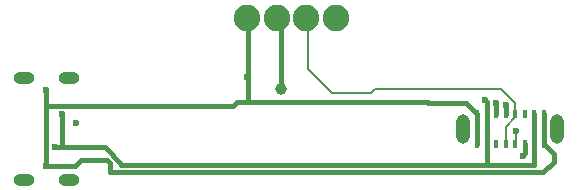
<source format=gbl>
%TF.GenerationSoftware,KiCad,Pcbnew,9.0.1*%
%TF.CreationDate,2025-10-31T22:00:19-04:00*%
%TF.ProjectId,flex_usb_board,666c6578-5f75-4736-925f-626f6172642e,rev?*%
%TF.SameCoordinates,Original*%
%TF.FileFunction,Copper,L2,Bot*%
%TF.FilePolarity,Positive*%
%FSLAX46Y46*%
G04 Gerber Fmt 4.6, Leading zero omitted, Abs format (unit mm)*
G04 Created by KiCad (PCBNEW 9.0.1) date 2025-10-31 22:00:19*
%MOMM*%
%LPD*%
G01*
G04 APERTURE LIST*
%TA.AperFunction,ComponentPad*%
%ADD10O,1.800000X1.000000*%
%TD*%
%TA.AperFunction,ComponentPad*%
%ADD11C,2.250000*%
%TD*%
%TA.AperFunction,SMDPad,CuDef*%
%ADD12R,0.400000X0.790000*%
%TD*%
%TA.AperFunction,ComponentPad*%
%ADD13O,1.200000X2.500000*%
%TD*%
%TA.AperFunction,ViaPad*%
%ADD14C,0.600000*%
%TD*%
%TA.AperFunction,ViaPad*%
%ADD15C,1.000000*%
%TD*%
%TA.AperFunction,Conductor*%
%ADD16C,0.400000*%
%TD*%
%TA.AperFunction,Conductor*%
%ADD17C,0.200000*%
%TD*%
G04 APERTURE END LIST*
D10*
%TO.P,USBF1,7,EH*%
%TO.N,unconnected-(USBF1-EH-Pad7)_2*%
X104400000Y-96880000D03*
%TO.N,unconnected-(USBF1-EH-Pad7)*%
X100600000Y-96880000D03*
%TO.N,unconnected-(USBF1-EH-Pad7)_1*%
X104400000Y-105520000D03*
%TO.N,unconnected-(USBF1-EH-Pad7)_3*%
X100600000Y-105520000D03*
%TD*%
D11*
%TO.P,REF\u002A\u002A,1*%
%TO.N,GND*%
X119450000Y-91800000D03*
%TO.P,REF\u002A\u002A,2*%
%TO.N,/USB_M_IN_5V*%
X121950000Y-91800000D03*
%TO.P,REF\u002A\u002A,3*%
%TO.N,SERIAL_D-*%
X124450000Y-91800000D03*
%TO.P,REF\u002A\u002A,4*%
%TO.N,SERIAL_D+*%
X126950000Y-91800000D03*
%TD*%
D12*
%TO.P,USBM1,1,G*%
%TO.N,GND*%
X144550000Y-102470000D03*
%TO.P,USBM1,2,V*%
%TO.N,/USB_M_IN_5V*%
X143750000Y-102470000D03*
%TO.P,USBM1,3,CC1*%
%TO.N,/CC1*%
X142950000Y-102470000D03*
%TO.P,USBM1,4,D+*%
%TO.N,SERIAL_D+*%
X142150000Y-102470000D03*
%TO.P,USBM1,5,D-*%
%TO.N,SERIAL_D-*%
X141350000Y-102470000D03*
%TO.P,USBM1,6,SUB1*%
%TO.N,unconnected-(USBM1-SUB1-Pad6)*%
X140550000Y-102470000D03*
%TO.P,USBM1,7,V*%
%TO.N,/USB_M_IN_5V*%
X139750000Y-102470000D03*
%TO.P,USBM1,8,G*%
%TO.N,GND*%
X138950000Y-102470000D03*
%TO.P,USBM1,9,G*%
X138950000Y-99930000D03*
%TO.P,USBM1,10,V*%
%TO.N,/USB_M_IN_5V*%
X139750000Y-99930000D03*
%TO.P,USBM1,11,CC2*%
%TO.N,/CC2*%
X140550000Y-99930000D03*
%TO.P,USBM1,12,D+*%
%TO.N,SERIAL_D+*%
X141350000Y-99930000D03*
%TO.P,USBM1,13,D-*%
%TO.N,SERIAL_D-*%
X142150000Y-99930000D03*
%TO.P,USBM1,14,SUB2*%
%TO.N,unconnected-(USBM1-SUB2-Pad14)*%
X142950000Y-99930000D03*
%TO.P,USBM1,15,V*%
%TO.N,/USB_M_IN_5V*%
X143750000Y-99930000D03*
%TO.P,USBM1,16,G*%
%TO.N,GND*%
X144550000Y-99930000D03*
D13*
%TO.P,USBM1,17,G*%
%TO.N,unconnected-(USBM1-G-Pad17)*%
X145730000Y-101200000D03*
%TO.P,USBM1,18,G*%
%TO.N,unconnected-(USBM1-G-Pad18)*%
X137770000Y-101200000D03*
%TD*%
D14*
%TO.N,/USB_M_IN_5V*%
X139600000Y-98800000D03*
X103800000Y-100000000D03*
%TO.N,/CC1*%
X142849758Y-103512749D03*
%TO.N,/USB_M_IN_5V*%
X103200000Y-102800000D03*
%TO.N,/CC2*%
X140550000Y-99000000D03*
%TO.N,GND*%
X102400000Y-97900000D03*
X102400000Y-104400000D03*
X119450000Y-96800000D03*
D15*
%TO.N,/USB_M_IN_5V*%
X122300000Y-97850000D03*
D14*
%TO.N,/CC2*%
X105000000Y-100700000D03*
%TO.N,SERIAL_D+*%
X141350000Y-99200000D03*
X142200000Y-101400000D03*
%TD*%
D16*
%TO.N,/USB_M_IN_5V*%
X139750000Y-99930000D02*
X139750000Y-98950000D01*
X139750000Y-98950000D02*
X139600000Y-98800000D01*
%TO.N,/CC2*%
X140550000Y-99930000D02*
X140550000Y-99000000D01*
%TO.N,/USB_M_IN_5V*%
X103800000Y-102800000D02*
X103800000Y-100000000D01*
X103200000Y-102800000D02*
X103800000Y-102800000D01*
X108800000Y-104200000D02*
X108800000Y-104298000D01*
X103800000Y-102800000D02*
X107400000Y-102800000D01*
X107400000Y-102800000D02*
X108800000Y-104200000D01*
X108800000Y-104298000D02*
X139800000Y-104298000D01*
D17*
%TO.N,SERIAL_D-*%
X142150000Y-100250000D02*
X141350000Y-101050000D01*
X126601000Y-98201000D02*
X124600000Y-96200000D01*
X129948942Y-98201000D02*
X126601000Y-98201000D01*
X130301000Y-97848942D02*
X129948942Y-98201000D01*
X124600000Y-92401000D02*
X124450000Y-92401000D01*
X140947942Y-97848942D02*
X130301000Y-97848942D01*
X142150000Y-99051000D02*
X140947942Y-97848942D01*
X124600000Y-96200000D02*
X124600000Y-92401000D01*
D16*
%TO.N,/USB_M_IN_5V*%
X139750000Y-99930000D02*
X139750000Y-102470000D01*
X143750000Y-99930000D02*
X143750000Y-102470000D01*
%TO.N,GND*%
X134800000Y-99001000D02*
X134782111Y-98983111D01*
X134782111Y-98983111D02*
X119550000Y-98983111D01*
%TO.N,/USB_M_IN_5V*%
X139800000Y-104298000D02*
X139750000Y-104248000D01*
X139750000Y-104248000D02*
X139750000Y-102470000D01*
X143702000Y-104298000D02*
X139800000Y-104298000D01*
%TO.N,/CC1*%
X142950000Y-103250000D02*
X142800000Y-103400000D01*
X142950000Y-102470000D02*
X142950000Y-103250000D01*
%TO.N,/USB_M_IN_5V*%
X143750000Y-102470000D02*
X143750000Y-104250000D01*
X143750000Y-104250000D02*
X143702000Y-104298000D01*
%TO.N,GND*%
X138020000Y-99000000D02*
X138950000Y-99930000D01*
X134800000Y-99001000D02*
X135599000Y-99001000D01*
X135599000Y-99001000D02*
X135600000Y-99000000D01*
X135600000Y-99000000D02*
X138020000Y-99000000D01*
X104858636Y-104400000D02*
X105359636Y-103899000D01*
X119550000Y-98983111D02*
X118616889Y-98983111D01*
X107600000Y-103899000D02*
X107851000Y-104150000D01*
X119550000Y-92501000D02*
X119450000Y-92501000D01*
X102400000Y-104400000D02*
X102400000Y-99300000D01*
X102400000Y-104400000D02*
X104858636Y-104400000D01*
X107851000Y-104150000D02*
X107851000Y-104899000D01*
X119550000Y-97300000D02*
X119550000Y-92501000D01*
X145400000Y-103320000D02*
X144550000Y-102470000D01*
X119550000Y-96900000D02*
X119450000Y-96800000D01*
X119550000Y-98983111D02*
X119550000Y-97300000D01*
X102400000Y-99300000D02*
X102400000Y-97900000D01*
X138950000Y-99930000D02*
X138950000Y-102470000D01*
X107851000Y-104899000D02*
X144501000Y-104899000D01*
X144501000Y-104899000D02*
X145400000Y-104000000D01*
X119550000Y-97300000D02*
X119550000Y-96900000D01*
X144550000Y-99930000D02*
X144550000Y-102470000D01*
X118300000Y-99300000D02*
X102400000Y-99300000D01*
X105359636Y-103899000D02*
X107600000Y-103899000D01*
X118616889Y-98983111D02*
X118300000Y-99300000D01*
X145400000Y-104000000D02*
X145400000Y-103320000D01*
%TO.N,/USB_M_IN_5V*%
X122300000Y-97850000D02*
X122300000Y-97000000D01*
X122300000Y-92501000D02*
X121950000Y-92501000D01*
X122300000Y-97000000D02*
X122300000Y-92501000D01*
D17*
%TO.N,SERIAL_D+*%
X142200000Y-102420000D02*
X142150000Y-102470000D01*
D16*
X141350000Y-99930000D02*
X141350000Y-99200000D01*
D17*
%TO.N,SERIAL_D-*%
X142150000Y-99930000D02*
X142150000Y-99051000D01*
X141350000Y-101050000D02*
X141350000Y-102470000D01*
X142150000Y-99930000D02*
X142150000Y-100250000D01*
%TO.N,SERIAL_D+*%
X142200000Y-101400000D02*
X142200000Y-102420000D01*
%TD*%
M02*

</source>
